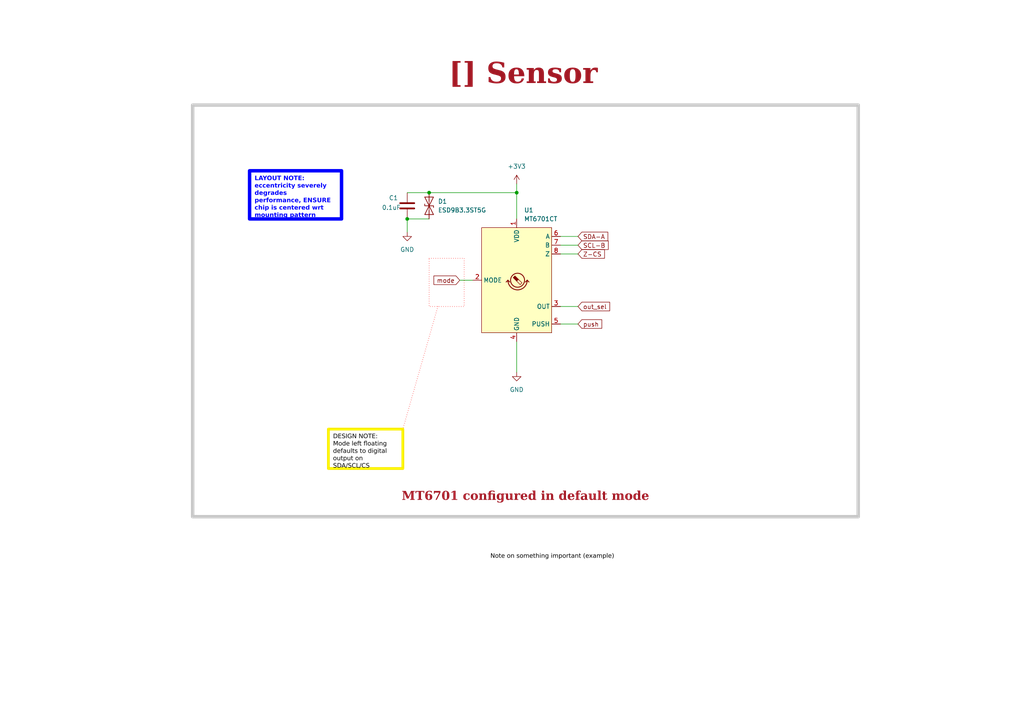
<source format=kicad_sch>
(kicad_sch (version 20250114) (generator "eeschema") (generator_version "9.0")
  (paper "A4")
  (title_block (title "Sensor") (date "2025-01-12") (rev "${REVISION}") (company "${COMPANY}"))
  (lib_symbols
    (symbol "Device:C" (pin_numbers (hide yes)) (pin_names (offset 0.254))
      (property "Reference" "C" (at 0.635 2.54 0))
      (property "Value" "C" (at 0.635 -2.54 0))
      (symbol "C_0_1"
        (polyline (pts (xy -2.032 0.762) (xy 2.032 0.762)) (stroke (width 0.508)))
        (polyline (pts (xy -2.032 -0.762) (xy 2.032 -0.762)) (stroke (width 0.508)))
      )
      (symbol "C_1_1"
        (pin passive line (at 0 3.81 270) (length 2.794) (name "~") (number "1"))
        (pin passive line (at 0 -3.81 90) (length 2.794) (name "~") (number "2"))
      )
    )
    (symbol "Diode:ESD9B3.3ST5G" (pin_numbers (hide yes)) (pin_names (offset 1.016) (hide yes))
      (property "Reference" "D" (at 0 2.54 0))
      (property "Value" "ESD9B3.3ST5G" (at 0 -2.54 0))
      (symbol "ESD9B3.3ST5G_0_1"
        (polyline (pts (xy -2.54 -1.27) (xy 0 0) (xy -2.54 1.27) (xy -2.54 -1.27)) (stroke (width 0.2032)))
        (polyline (pts (xy 0.508 1.27) (xy 0 1.27) (xy 0 -1.27) (xy -0.508 -1.27)) (stroke (width 0.2032)))
        (polyline (pts (xy 1.27 0) (xy -1.27 0)))
        (polyline (pts (xy 2.54 1.27) (xy 2.54 -1.27) (xy 0 0) (xy 2.54 1.27)) (stroke (width 0.2032)))
      )
      (symbol "ESD9B3.3ST5G_1_1"
        (pin passive line (at -3.81 0 0) (length 2.54) (name "A1") (number "1"))
        (pin passive line (at 3.81 0 180) (length 2.54) (name "A2") (number "2"))
      )
    )
    (symbol "Sensor_Magnetic:MT6701CT"
      (property "Reference" "U" (at -9.6632 16.4397 0))
      (property "Value" "MT6701CT" (at 5.5155 16.4397 0))
      (symbol "MT6701CT_0_1"
        (polyline (pts (xy -2.54 0) (xy -3.048 -0.508)) (stroke (width 0.254)))
        (polyline (pts (xy -2.54 0) (xy -2.032 -0.508)) (stroke (width 0.254)))
        (arc (start 3.048 0) (mid 0.254 -2.7819) (end -2.54 0) (stroke (width 0.254)))
        (polyline (pts (xy 3.048 0) (xy 2.54 -0.508)) (stroke (width 0.254)))
        (polyline (pts (xy 3.048 0) (xy 3.556 -0.508)) (stroke (width 0.254)))
      )
      (symbol "MT6701CT_1_1"
        (rectangle (start -10.16 15.24) (end 10.16 -15.24) (fill (type background)))
        (polyline (pts (xy -0.508 1.27) (xy 0.508 0.254) (xy 0 -0.254) (xy -1.016 0.762) (xy -0.762 1.016) (xy -0.508 1.27) (xy -0.381 1.143)) (fill (type outline)))
        (circle (center 0.254 0) (radius 2.032) (stroke (width 0.254)))
        (polyline (pts (xy 0.508 0.254) (xy 1.524 -0.762) (xy 1.016 -1.27) (xy 0 -0.254)))
        (pin input line (at -12.7 0 0) (length 2.54) (name "MODE") (number "2"))
        (pin power_in line (at 0 17.78 270) (length 2.54) (name "VDD") (number "1"))
        (pin power_in line (at 0 -17.78 90) (length 2.54) (name "GND") (number "4"))
        (pin output line (at 12.7 12.7 180) (length 2.54) (name "A") (number "6"))
        (pin output line (at 12.7 10.16 180) (length 2.54) (name "B") (number "7"))
        (pin output line (at 12.7 7.62 180) (length 2.54) (name "Z") (number "8"))
        (pin output line (at 12.7 -7.62 180) (length 2.54) (name "OUT") (number "3"))
        (pin output line (at 12.7 -12.7 180) (length 2.54) (name "PUSH") (number "5"))
      )
    )
    (symbol "power:+3V3" (power) (pin_numbers (hide yes)) (pin_names (offset 0) (hide yes))
      (property "Value" "+3V3" (at 0 3.556 0))
      (symbol "+3V3_0_1"
        (polyline (pts (xy -0.762 1.27) (xy 0 2.54)))
        (polyline (pts (xy 0 2.54) (xy 0.762 1.27)))
        (polyline (pts (xy 0 0) (xy 0 2.54)))
      )
      (symbol "+3V3_1_1"
        (pin power_in line (at 0 0 90) (length 0) (name "~") (number "1"))
      )
    )
    (symbol "power:GND" (power) (pin_numbers (hide yes)) (pin_names (offset 0) (hide yes))
      (property "Value" "GND" (at 0 -3.81 0))
      (symbol "GND_0_1"
        (polyline (pts (xy 0 0) (xy 0 -1.27) (xy 1.27 -1.27) (xy 0 -2.54) (xy -1.27 -1.27) (xy 0 -1.27)))
      )
      (symbol "GND_1_1"
        (pin power_in line (at 0 0 270) (length 0) (name "~") (number "1"))
      )
    )
  )
  (rectangle (start 124.46 74.93) (end 134.62 88.9) (stroke (width 0) (type dot) (color 255 0 0 1)))
  (rectangle (start 55.88 30.48) (end 248.92 149.86) (stroke (width 1) (color 200 200 200 1)))
  (text "Note on something important (example)" (at 142.24 162.56 0) (effects (font (size 1.27 1.27)) (justify left bottom)))
  (text_box "LAYOUT NOTE:\neccentricity severely degrades performance, ENSURE chip is centered wrt mounting pattern" (at 72.39 49.53 0) (size 26.67 13.97) (margins 1.4525 1.4525 1.4525 1.4525) (stroke (width 1) (color 0 0 255 1)) (effects (font (size 1.27 1.27) (thickness 0.4) (bold yes)) (justify left top)))
  (text_box "[${#}] ${TITLE}" (at 115.57 15.24 0) (size 72.39 12.7) (margins 4.4999 4.4999 4.4999 4.4999) (stroke (width -0.0001)) (effects (font (size 6 6) (thickness 1.2) (bold yes))))
  (text_box "MT6701 configured in default mode" (at 57.15 139.7 0) (size 190.5 7.62) (margins 1.9049 1.9049 1.9049 1.9049) (stroke (width -0.0001)) (effects (font (size 2.54 2.54) (thickness 0.508) (bold yes)) (justify bottom)))
  (text_box "DESIGN NOTE:\nMode left floating defaults to digital output on SDA/SCL/CS" (at 95.25 124.46 0) (size 21.59 11.43) (margins 1.3525 1.3525 1.3525 1.3525) (stroke (width 0.8) (color 250 236 0 1)) (effects (font (size 1.27 1.27)) (justify left top)))
  (junction (at 149.86 55.88))
  (junction (at 118.11 63.5))
  (junction (at 124.46 55.88))
  (wire (pts (xy 118.11 63.5) (xy 124.46 63.5)))
  (wire (pts (xy 124.46 55.88) (xy 149.86 55.88)))
  (wire (pts (xy 162.56 68.58) (xy 167.64 68.58)))
  (wire (pts (xy 162.56 88.9) (xy 167.64 88.9)))
  (wire (pts (xy 149.86 53.34) (xy 149.86 55.88)))
  (wire (pts (xy 162.56 93.98) (xy 167.64 93.98)))
  (wire (pts (xy 133.35 81.28) (xy 137.16 81.28)))
  (wire (pts (xy 162.56 71.12) (xy 167.64 71.12)))
  (wire (pts (xy 149.86 99.06) (xy 149.86 107.95)))
  (wire (pts (xy 118.11 63.5) (xy 118.11 67.31)))
  (wire (pts (xy 118.11 55.88) (xy 124.46 55.88)))
  (wire (pts (xy 162.56 73.66) (xy 167.64 73.66)))
  (polyline (pts (xy 127 88.9) (xy 116.84 124.46)) (stroke (width 0) (type dot) (color 255 0 0 1)))
  (wire (pts (xy 149.86 55.88) (xy 149.86 63.5)))
  (global_label "push" (shape input) (at 167.64 93.98 0) (property "Intersheetrefs" "${INTERSHEET_REFS}" (effects (hide yes))))
  (global_label "out_sel" (shape input) (at 167.64 88.9 0) (property "Intersheetrefs" "${INTERSHEET_REFS}" (effects (hide yes))))
  (global_label "Z-CS" (shape input) (at 167.64 73.66 0) (property "Intersheetrefs" "${INTERSHEET_REFS}" (effects (hide yes))))
  (global_label "SDA-A" (shape input) (at 167.64 68.58 0) (property "Intersheetrefs" "${INTERSHEET_REFS}" (effects (hide yes))))
  (global_label "SCL-B" (shape input) (at 167.64 71.12 0) (property "Intersheetrefs" "${INTERSHEET_REFS}" (effects (hide yes))))
  (global_label "mode" (shape input) (at 133.35 81.28 180) (property "Intersheetrefs" "${INTERSHEET_REFS}" (effects (hide yes))))
  (symbol (lib_id "Device:C") (at 118.11 59.69 0) (unit 1)
    (property "Reference" "C1" (at 112.776 57.404 0) (effects (justify left)))
    (property "Value" "0.1uF" (at 110.744 60.198 0) (effects (justify left)))
    (property "Footprint" "Capacitor_SMD:C_0603_1608Metric" (effects (hide yes)))
    (property "Description" "Unpolarized capacitor" (effects (hide yes)))
  )
  (symbol (lib_id "Sensor_Magnetic:MT6701CT") (at 149.86 81.28 0) (unit 1)
    (property "Reference" "U1" (at 152.0033 60.96 0) (effects (justify left)))
    (property "Value" "MT6701CT" (at 152.0033 63.5 0) (effects (justify left)))
    (property "Footprint" "Package_SO:SO-8_3.9x4.9mm_P1.27mm" (effects (hide yes)))
    (property "Datasheet" "https://www.magntek.com.cn/upload/MT6701_Rev.1.5.pdf" (effects (hide yes)))
    (property "Description" "Hall Based Angle Position Encoder Sensor, I2C, SSI, ABZ & UVW interfaces, 3.3..5V supply, SOIC-8" (effects (hide yes)))
  )
  (symbol (lib_id "power:GND") (at 149.86 107.95 0) (unit 1)
    (property "Reference" "#PWR01" (effects (hide yes)))
    (property "Value" "GND" (at 149.86 113.03 0))
    (property "Description" "Power symbol creates a global label with name \"GND\" , ground" (effects (hide yes)))
  )
  (symbol (lib_id "power:GND") (at 118.11 67.31 0) (unit 1)
    (property "Reference" "#PWR03" (effects (hide yes)))
    (property "Value" "GND" (at 118.11 72.39 0))
    (property "Description" "Power symbol creates a global label with name \"GND\" , ground" (effects (hide yes)))
  )
  (symbol (lib_id "Diode:ESD9B3.3ST5G") (at 124.46 59.69 90) (unit 1)
    (property "Reference" "D1" (at 127 58.4199 90) (effects (justify right)))
    (property "Value" "ESD9B3.3ST5G" (at 127 60.9599 90) (effects (justify right)))
    (property "Footprint" "Diode_SMD:D_SOD-923" (effects (hide yes)))
    (property "Datasheet" "https://www.onsemi.com/pub/Collateral/ESD9B-D.PDF" (effects (hide yes)))
    (property "Description" "ESD protection diode, 3.3Vrwm, SOD-923" (effects (hide yes)))
  )
  (symbol (lib_id "power:+3V3") (at 149.86 53.34 0) (unit 1)
    (property "Reference" "#PWR02" (effects (hide yes)))
    (property "Value" "+3V3" (at 149.86 48.26 0))
    (property "Description" "Power symbol creates a global label with name \"+3V3\"" (effects (hide yes)))
  )
)
</source>
